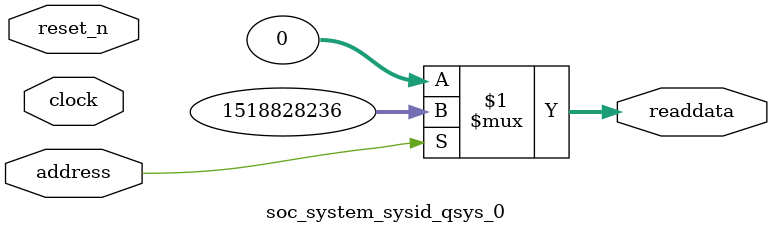
<source format=v>



// synthesis translate_off
`timescale 1ns / 1ps
// synthesis translate_on

// turn off superfluous verilog processor warnings 
// altera message_level Level1 
// altera message_off 10034 10035 10036 10037 10230 10240 10030 

module soc_system_sysid_qsys_0 (
               // inputs:
                address,
                clock,
                reset_n,

               // outputs:
                readdata
             )
;

  output  [ 31: 0] readdata;
  input            address;
  input            clock;
  input            reset_n;

  wire    [ 31: 0] readdata;
  //control_slave, which is an e_avalon_slave
  assign readdata = address ? 1518828236 : 0;

endmodule



</source>
